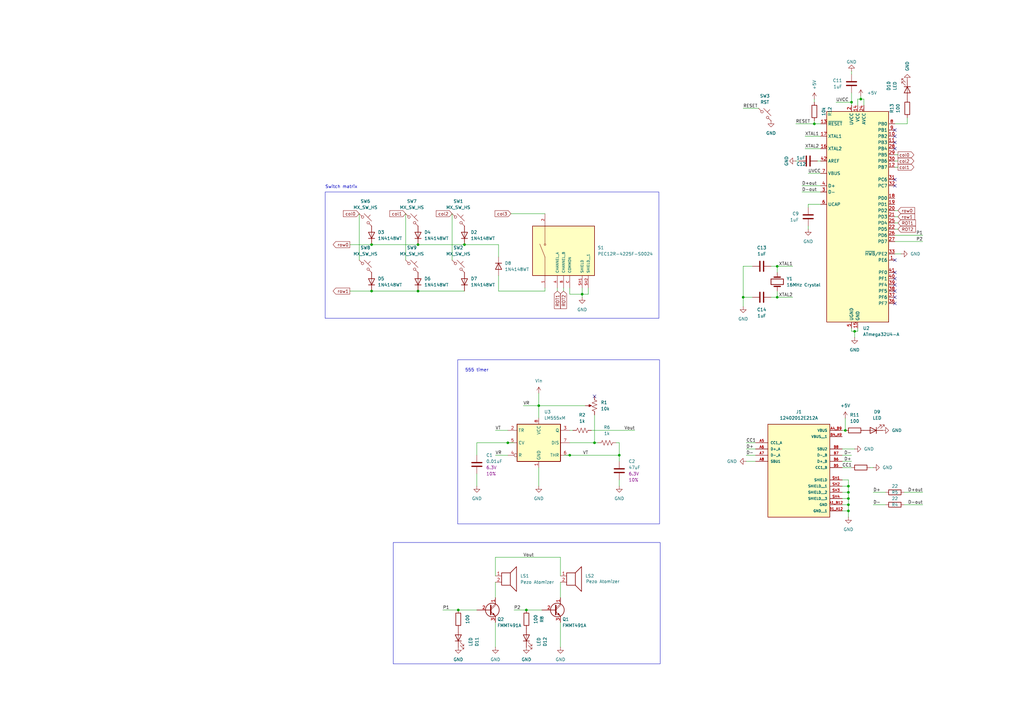
<source format=kicad_sch>
(kicad_sch (version 20250114) (generator "eeschema") (generator_version "9.0")
  (paper "A3")
  (lib_symbols
    (symbol "12402012E212A:12402012E212A" (pin_names (offset 1.016))
      (property "Reference" "J" (at -12.7 13.462 0))
      (property "Value" "12402012E212A" (at -12.7 -26.162 0))
      (symbol "12402012E212A_0_0"
        (rectangle (start -12.7 -25.4) (end 12.7 12.7) (stroke (width 0.254)) (fill (type background)))
        (pin bidirectional line (at -17.78 5.08 0) (length 5.08) (name "CC1_A") (number "A5"))
        (pin bidirectional line (at -17.78 2.54 0) (length 5.08) (name "D+_A") (number "A6"))
        (pin bidirectional line (at -17.78 0 0) (length 5.08) (name "D-_A") (number "A7"))
        (pin bidirectional line (at -17.78 -2.54 0) (length 5.08) (name "SBU1") (number "A8"))
        (pin power_in line (at 17.78 10.16 180) (length 5.08) (name "VBUS") (number "A4_B9"))
        (pin power_in line (at 17.78 7.62 180) (length 5.08) (name "VBUS__1") (number "B4_A9"))
        (pin bidirectional line (at 17.78 2.54 180) (length 5.08) (name "SBU2") (number "B8"))
        (pin bidirectional line (at 17.78 0 180) (length 5.08) (name "D-_B") (number "B7"))
        (pin bidirectional line (at 17.78 -2.54 180) (length 5.08) (name "D+_B") (number "B6"))
        (pin bidirectional line (at 17.78 -5.08 180) (length 5.08) (name "CC1_B") (number "B5"))
        (pin passive line (at 17.78 -10.16 180) (length 5.08) (name "SHIELD") (number "SH1"))
        (pin passive line (at 17.78 -12.7 180) (length 5.08) (name "SHIELD__1") (number "SH2"))
        (pin passive line (at 17.78 -15.24 180) (length 5.08) (name "SHIELD__2") (number "SH3"))
        (pin passive line (at 17.78 -17.78 180) (length 5.08) (name "SHIELD__3") (number "SH4"))
        (pin power_in line (at 17.78 -20.32 180) (length 5.08) (name "GND") (number "A1_B12"))
        (pin power_in line (at 17.78 -22.86 180) (length 5.08) (name "GND__1") (number "B1_A12"))
      )
    )
    (symbol "Device:C" (pin_numbers (hide yes)) (pin_names (offset 0.254))
      (property "Reference" "C" (at 0.635 2.54 0))
      (property "Value" "C" (at 0.635 -2.54 0))
      (symbol "C_0_1"
        (polyline (pts (xy -2.032 0.762) (xy 2.032 0.762)) (stroke (width 0.508)))
        (polyline (pts (xy -2.032 -0.762) (xy 2.032 -0.762)) (stroke (width 0.508)))
      )
      (symbol "C_1_1"
        (pin passive line (at 0 3.81 270) (length 2.794) (name "~") (number "1"))
        (pin passive line (at 0 -3.81 90) (length 2.794) (name "~") (number "2"))
      )
    )
    (symbol "Device:Crystal" (pin_numbers (hide yes)) (pin_names (offset 1.016) (hide yes))
      (property "Reference" "Y" (at 0 3.81 0))
      (property "Value" "Crystal" (at 0 -3.81 0))
      (symbol "Crystal_0_1"
        (polyline (pts (xy -2.54 0) (xy -1.905 0)))
        (polyline (pts (xy -1.905 -1.27) (xy -1.905 1.27)) (stroke (width 0.508)))
        (rectangle (start -1.143 2.54) (end 1.143 -2.54) (stroke (width 0.3048)))
        (polyline (pts (xy 1.905 -1.27) (xy 1.905 1.27)) (stroke (width 0.508)))
        (polyline (pts (xy 2.54 0) (xy 1.905 0)))
      )
      (symbol "Crystal_1_1"
        (pin passive line (at -3.81 0 0) (length 1.27) (name "1") (number "1"))
        (pin passive line (at 3.81 0 180) (length 1.27) (name "2") (number "2"))
      )
    )
    (symbol "Device:LED" (pin_numbers (hide yes)) (pin_names (offset 1.016) (hide yes))
      (property "Reference" "D" (at 0 2.54 0))
      (property "Value" "LED" (at 0 -2.54 0))
      (symbol "LED_0_1"
        (polyline (pts (xy -3.048 -0.762) (xy -4.572 -2.286) (xy -3.81 -2.286) (xy -4.572 -2.286) (xy -4.572 -1.524)))
        (polyline (pts (xy -1.778 -0.762) (xy -3.302 -2.286) (xy -2.54 -2.286) (xy -3.302 -2.286) (xy -3.302 -1.524)))
        (polyline (pts (xy -1.27 0) (xy 1.27 0)))
        (polyline (pts (xy -1.27 -1.27) (xy -1.27 1.27)) (stroke (width 0.254)))
        (polyline (pts (xy 1.27 -1.27) (xy 1.27 1.27) (xy -1.27 0) (xy 1.27 -1.27)) (stroke (width 0.254)))
      )
      (symbol "LED_1_1"
        (pin passive line (at -3.81 0 0) (length 2.54) (name "K") (number "1"))
        (pin passive line (at 3.81 0 180) (length 2.54) (name "A") (number "2"))
      )
    )
    (symbol "Device:R" (pin_numbers (hide yes)) (pin_names (offset 0))
      (property "Reference" "R" (at 2.032 0 90))
      (property "Value" "R" (at 0 0 90))
      (symbol "R_0_1"
        (rectangle (start -1.016 -2.54) (end 1.016 2.54) (stroke (width 0.254)))
      )
      (symbol "R_1_1"
        (pin passive line (at 0 3.81 270) (length 1.27) (name "~") (number "1"))
        (pin passive line (at 0 -3.81 90) (length 1.27) (name "~") (number "2"))
      )
    )
    (symbol "Device:Speaker" (pin_names (offset 0) (hide yes))
      (property "Reference" "LS" (at 1.27 5.715 0))
      (property "Value" "Speaker" (at 1.27 3.81 0))
      (symbol "Speaker_0_0"
        (rectangle (start -2.54 1.27) (end 1.016 -3.81) (stroke (width 0.254)))
        (polyline (pts (xy 1.016 1.27) (xy 3.556 3.81) (xy 3.556 -6.35) (xy 1.016 -3.81)) (stroke (width 0.254)))
      )
      (symbol "Speaker_1_1"
        (pin input line (at -5.08 0 0) (length 2.54) (name "1") (number "1"))
        (pin input line (at -5.08 -2.54 0) (length 2.54) (name "2") (number "2"))
      )
    )
    (symbol "Diode:1N4148WT" (pin_numbers (hide yes)) (pin_names (hide yes))
      (property "Reference" "D" (at 0 2.54 0))
      (property "Value" "1N4148WT" (at 0 -2.54 0))
      (symbol "1N4148WT_0_1"
        (polyline (pts (xy -1.27 1.27) (xy -1.27 -1.27)) (stroke (width 0.254)))
        (polyline (pts (xy 1.27 1.27) (xy 1.27 -1.27) (xy -1.27 0) (xy 1.27 1.27)) (stroke (width 0.254)))
        (polyline (pts (xy 1.27 0) (xy -1.27 0)))
      )
      (symbol "1N4148WT_1_1"
        (pin passive line (at -3.81 0 0) (length 2.54) (name "K") (number "1"))
        (pin passive line (at 3.81 0 180) (length 2.54) (name "A") (number "2"))
      )
    )
    (symbol "MCU_Microchip_ATmega:ATmega32U4-A"
      (property "Reference" "U" (at -12.7 44.45 0))
      (property "Value" "ATmega32U4-A" (at 2.54 -44.45 0))
      (symbol "ATmega32U4-A_0_1"
        (rectangle (start -12.7 -43.18) (end 12.7 43.18) (stroke (width 0.254)) (fill (type background)))
      )
      (symbol "ATmega32U4-A_1_1"
        (pin input line (at -15.24 38.1 0) (length 2.54) (name "~{RESET}") (number "13"))
        (pin input line (at -15.24 33.02 0) (length 2.54) (name "XTAL1") (number "17"))
        (pin output line (at -15.24 27.94 0) (length 2.54) (name "XTAL2") (number "16"))
        (pin passive line (at -15.24 22.86 0) (length 2.54) (name "AREF") (number "42"))
        (pin input line (at -15.24 17.78 0) (length 2.54) (name "VBUS") (number "7"))
        (pin bidirectional line (at -15.24 12.7 0) (length 2.54) (name "D+") (number "4"))
        (pin bidirectional line (at -15.24 10.16 0) (length 2.54) (name "D-") (number "3"))
        (pin passive line (at -15.24 5.08 0) (length 2.54) (name "UCAP") (number "6"))
        (pin power_in line (at -2.54 45.72 270) (length 2.54) (name "UVCC") (number "2"))
        (pin passive line (at -2.54 -45.72 90) (length 2.54) (name "UGND") (number "5"))
        (pin power_in line (at 0 45.72 270) (length 2.54) (name "VCC") (number "14"))
        (pin passive line (at 0 45.72 270) (length 2.54) (hide yes) (name "VCC") (number "34"))
        (pin power_in line (at 0 -45.72 90) (length 2.54) (name "GND") (number "15"))
        (pin passive line (at 0 -45.72 90) (length 2.54) (hide yes) (name "GND") (number "23"))
        (pin passive line (at 0 -45.72 90) (length 2.54) (hide yes) (name "GND") (number "35"))
        (pin passive line (at 0 -45.72 90) (length 2.54) (hide yes) (name "GND") (number "43"))
        (pin power_in line (at 2.54 45.72 270) (length 2.54) (name "AVCC") (number "24"))
        (pin passive line (at 2.54 45.72 270) (length 2.54) (hide yes) (name "AVCC") (number "44"))
        (pin bidirectional line (at 15.24 38.1 180) (length 2.54) (name "PB0") (number "8"))
        (pin bidirectional line (at 15.24 35.56 180) (length 2.54) (name "PB1") (number "9"))
        (pin bidirectional line (at 15.24 33.02 180) (length 2.54) (name "PB2") (number "10"))
        (pin bidirectional line (at 15.24 30.48 180) (length 2.54) (name "PB3") (number "11"))
        (pin bidirectional line (at 15.24 27.94 180) (length 2.54) (name "PB4") (number "28"))
        (pin bidirectional line (at 15.24 25.4 180) (length 2.54) (name "PB5") (number "29"))
        (pin bidirectional line (at 15.24 22.86 180) (length 2.54) (name "PB6") (number "30"))
        (pin bidirectional line (at 15.24 20.32 180) (length 2.54) (name "PB7") (number "12"))
        (pin bidirectional line (at 15.24 15.24 180) (length 2.54) (name "PC6") (number "31"))
        (pin bidirectional line (at 15.24 12.7 180) (length 2.54) (name "PC7") (number "32"))
        (pin bidirectional line (at 15.24 7.62 180) (length 2.54) (name "PD0") (number "18"))
        (pin bidirectional line (at 15.24 5.08 180) (length 2.54) (name "PD1") (number "19"))
        (pin bidirectional line (at 15.24 2.54 180) (length 2.54) (name "PD2") (number "20"))
        (pin bidirectional line (at 15.24 0 180) (length 2.54) (name "PD3") (number "21"))
        (pin bidirectional line (at 15.24 -2.54 180) (length 2.54) (name "PD4") (number "25"))
        (pin bidirectional line (at 15.24 -5.08 180) (length 2.54) (name "PD5") (number "22"))
        (pin bidirectional line (at 15.24 -7.62 180) (length 2.54) (name "PD6") (number "26"))
        (pin bidirectional line (at 15.24 -10.16 180) (length 2.54) (name "PD7") (number "27"))
        (pin bidirectional line (at 15.24 -15.24 180) (length 2.54) (name "~{HWB}/PE2") (number "33"))
        (pin bidirectional line (at 15.24 -17.78 180) (length 2.54) (name "PE6") (number "1"))
        (pin bidirectional line (at 15.24 -22.86 180) (length 2.54) (name "PF0") (number "41"))
        (pin bidirectional line (at 15.24 -25.4 180) (length 2.54) (name "PF1") (number "40"))
        (pin bidirectional line (at 15.24 -27.94 180) (length 2.54) (name "PF4") (number "39"))
        (pin bidirectional line (at 15.24 -30.48 180) (length 2.54) (name "PF5") (number "38"))
        (pin bidirectional line (at 15.24 -33.02 180) (length 2.54) (name "PF6") (number "37"))
        (pin bidirectional line (at 15.24 -35.56 180) (length 2.54) (name "PF7") (number "36"))
      )
    )
    (symbol "PCM_marbastlib-mx:MX_SW_HS" (pin_numbers (hide yes)) (pin_names (offset 1.016) (hide yes))
      (property "Reference" "MX" (at 3.048 1.016 0))
      (property "Value" "MX_SW_HS" (at 0 -3.81 0))
      (symbol "MX_SW_HS_0_1"
        (polyline (pts (xy -2.54 2.54) (xy -1.524 1.524) (xy -1.524 1.524)))
        (circle (center -1.1684 1.1684) (radius 0.508))
        (polyline (pts (xy -0.508 2.54) (xy 2.54 -0.508)))
        (polyline (pts (xy 1.016 1.016) (xy 2.032 2.032)))
        (circle (center 1.143 -1.1938) (radius 0.508))
        (polyline (pts (xy 1.524 -1.524) (xy 2.54 -2.54) (xy 2.54 -2.54) (xy 2.54 -2.54)))
        (pin passive line (at -2.54 2.54 0) (length 0) (name "1") (number "1"))
        (pin passive line (at 2.54 -2.54 180) (length 0) (name "2") (number "2"))
      )
    )
    (symbol "PEC12R-4225F-S0024:PEC12R-4225F-S0024" (pin_names (offset 1.016))
      (property "Reference" "S" (at -10.16 10.795 0))
      (property "Value" "PEC12R-4225F-S0024" (at -10.16 -17.78 0))
      (symbol "PEC12R-4225F-S0024_0_0"
        (rectangle (start -10.16 -15.24) (end 10.16 10.16) (stroke (width 0.254)) (fill (type background)))
        (polyline (pts (xy -2.54 5.08) (xy -10.16 5.08)) (stroke (width 0.1524)))
        (polyline (pts (xy -2.54 5.08) (xy 2.794 7.2136)) (stroke (width 0.1524)))
        (circle (center 2.54 5.08) (radius 0.3302) (stroke (width 0.1524)))
        (polyline (pts (xy 10.16 5.08) (xy 2.921 5.08)) (stroke (width 0.1524)))
        (pin passive line (at -15.24 5.08 0) (length 5.08) (name "~") (number "1"))
        (pin passive line (at -15.24 0 0) (length 5.08) (name "CHANNEL_A") (number "A"))
        (pin passive line (at -15.24 -2.54 0) (length 5.08) (name "CHANNEL_B") (number "B"))
        (pin passive line (at -15.24 -5.08 0) (length 5.08) (name "COMMON") (number "C"))
        (pin passive line (at -15.24 -10.16 0) (length 5.08) (name "SHIELD") (number "SH1"))
        (pin passive line (at -15.24 -12.7 0) (length 5.08) (name "SHIELD__1") (number "SH2"))
        (pin passive line (at 15.24 5.08 180) (length 5.08) (name "~") (number "2"))
      )
    )
    (symbol "SparkFun-Capacitor:0.1uF_0402_6.3V_10%" (pin_numbers (hide yes)) (pin_names (offset 0.254))
      (property "Reference" "C" (at 0.635 2.54 0))
      (property "Value" "0.1uF" (at 0.635 -2.54 0))
      (property "Voltage" "6.3V" (at 0 -6.35 0))
      (property "Tolerance" "10%" (at 0 -8.89 0))
      (symbol "0.1uF_0402_6.3V_10%_0_1"
        (polyline (pts (xy -2.032 0.762) (xy 2.032 0.762)) (stroke (width 0.508)))
        (polyline (pts (xy -2.032 -0.762) (xy 2.032 -0.762)) (stroke (width 0.508)))
      )
      (symbol "0.1uF_0402_6.3V_10%_1_1"
        (pin passive line (at 0 3.81 270) (length 2.794) (name "~") (number "1"))
        (pin passive line (at 0 -3.81 90) (length 2.794) (name "~") (number "2"))
      )
    )
    (symbol "SparkFun-Resistor:1.5k_0603" (pin_numbers (hide yes)) (pin_names (offset 0))
      (property "Reference" "R" (at 0 -2.54 0))
      (property "Value" "1.5k" (at 0 2.54 0))
      (symbol "1.5k_0603_0_1"
        (polyline (pts (xy -2.286 0) (xy -2.54 0)))
        (polyline (pts (xy -0.762 0) (xy -1.143 -1.016) (xy -1.524 0) (xy -1.905 1.016) (xy -2.286 0)))
        (polyline (pts (xy 0.762 0) (xy 0.381 -1.016) (xy 0 0) (xy -0.381 1.016) (xy -0.762 0)))
        (polyline (pts (xy 2.286 0) (xy 2.54 0)))
        (polyline (pts (xy 2.286 0) (xy 1.905 -1.016) (xy 1.524 0) (xy 1.143 1.016) (xy 0.762 0)))
      )
      (symbol "1.5k_0603_1_1"
        (pin passive line (at -3.81 0 0) (length 1.27) (name "~") (number "2"))
        (pin passive line (at 3.81 0 180) (length 1.27) (name "~") (number "1"))
      )
    )
    (symbol "SparkFun-Resistor:Trimpot_10k_SMD_3.0x3.0mm" (pin_numbers (hide yes)) (pin_names (offset 1.016) (hide yes))
      (property "Reference" "R1" (at 0 2.54 0))
      (property "Value" "10k" (at 2.54 -2.54 0))
      (symbol "Trimpot_10k_SMD_3.0x3.0mm_0_1"
        (polyline (pts (xy -2.286 0) (xy -2.54 0)))
        (polyline (pts (xy -0.762 0) (xy -1.143 -1.016) (xy -1.524 0) (xy -1.905 1.016) (xy -2.286 0)))
        (polyline (pts (xy 0 -1.143) (xy 0.508 -2.286) (xy -0.508 -2.286) (xy 0 -1.143)) (fill (type outline)))
        (polyline (pts (xy 0 -2.54) (xy 0 -1.524)))
        (polyline (pts (xy 0.762 0) (xy 0.381 -1.016) (xy 0 0) (xy -0.381 1.016) (xy -0.762 0)))
        (polyline (pts (xy 2.286 0) (xy 1.905 -1.016) (xy 1.524 0) (xy 1.143 1.016) (xy 0.762 0)))
        (polyline (pts (xy 2.54 0) (xy 2.286 0)))
      )
      (symbol "Trimpot_10k_SMD_3.0x3.0mm_1_1"
        (pin passive line (at -3.81 0 0) (length 1.27) (name "~") (number "3"))
        (pin passive line (at 0 -3.81 90) (length 1.27) (name "~") (number "2"))
        (pin passive line (at 3.81 0 180) (length 1.27) (name "~") (number "1"))
      )
    )
    (symbol "Switch:SW_Push_45deg" (pin_numbers (hide yes)) (pin_names (offset 1.016) (hide yes))
      (property "Reference" "SW" (at 3.048 1.016 0))
      (property "Value" "SW_Push_45deg" (at 0 -3.81 0))
      (symbol "SW_Push_45deg_0_1"
        (polyline (pts (xy -2.54 2.54) (xy -1.524 1.524) (xy -1.524 1.524)))
        (circle (center -1.1684 1.1684) (radius 0.508))
        (polyline (pts (xy -0.508 2.54) (xy 2.54 -0.508)))
        (polyline (pts (xy 1.016 1.016) (xy 2.032 2.032)))
        (circle (center 1.143 -1.1938) (radius 0.508))
        (polyline (pts (xy 1.524 -1.524) (xy 2.54 -2.54) (xy 2.54 -2.54) (xy 2.54 -2.54)))
        (pin passive line (at -2.54 2.54 0) (length 0) (name "1") (number "1"))
        (pin passive line (at 2.54 -2.54 180) (length 0) (name "2") (number "2"))
      )
    )
    (symbol "Timer:LM555xM"
      (property "Reference" "U" (at -10.16 8.89 0))
      (property "Value" "LM555xM" (at 2.54 8.89 0))
      (symbol "LM555xM_0_0"
        (pin power_in line (at 0 10.16 270) (length 2.54) (name "VCC") (number "8"))
        (pin power_in line (at 0 -10.16 90) (length 2.54) (name "GND") (number "1"))
      )
      (symbol "LM555xM_0_1"
        (rectangle (start -8.89 -7.62) (end 8.89 7.62) (stroke (width 0.254)) (fill (type background)))
        (rectangle (start -8.89 -7.62) (end 8.89 7.62) (stroke (width 0.254)) (fill (type background)))
      )
      (symbol "LM555xM_1_1"
        (pin input line (at -12.7 5.08 0) (length 3.81) (name "TR") (number "2"))
        (pin input line (at -12.7 0 0) (length 3.81) (name "CV") (number "5"))
        (pin input inverted (at -12.7 -5.08 0) (length 3.81) (name "R") (number "4"))
        (pin output line (at 12.7 5.08 180) (length 3.81) (name "Q") (number "3"))
        (pin input line (at 12.7 0 180) (length 3.81) (name "DIS") (number "7"))
        (pin input line (at 12.7 -5.08 180) (length 3.81) (name "THR") (number "6"))
      )
    )
    (symbol "Transistor_BJT:BC517" (pin_names (offset 0) (hide yes))
      (property "Reference" "Q" (at 5.08 1.905 0))
      (property "Value" "BC517" (at 5.08 0 0))
      (symbol "BC517_0_1"
        (polyline (pts (xy 0.635 1.905) (xy 0.635 -1.905) (xy 0.635 -1.905)) (stroke (width 0.508)))
        (polyline (pts (xy 0.635 0.635) (xy 2.54 2.54)))
        (polyline (pts (xy 0.635 0) (xy 2.54 1.905) (xy 2.54 2.54)))
        (polyline (pts (xy 0.635 -0.635) (xy 2.54 -2.54) (xy 2.54 -2.54)))
        (circle (center 1.27 0) (radius 2.8194) (stroke (width 0.254)))
        (polyline (pts (xy 1.27 -1.778) (xy 1.778 -1.27) (xy 2.286 -2.286) (xy 1.27 -1.778) (xy 1.27 -1.778)) (fill (type outline)))
      )
      (symbol "BC517_1_1"
        (pin input line (at -5.08 0 0) (length 5.715) (name "B") (number "2"))
        (pin passive line (at 2.54 5.08 270) (length 2.54) (name "C") (number "1"))
        (pin passive line (at 2.54 -5.08 90) (length 2.54) (name "E") (number "3"))
      )
    )
    (symbol "power:+3V3" (power) (pin_numbers (hide yes)) (pin_names (offset 0) (hide yes))
      (property "Value" "+3V3" (at 0 3.556 0))
      (symbol "+3V3_0_1"
        (polyline (pts (xy -0.762 1.27) (xy 0 2.54)))
        (polyline (pts (xy 0 2.54) (xy 0.762 1.27)))
        (polyline (pts (xy 0 0) (xy 0 2.54)))
      )
      (symbol "+3V3_1_1"
        (pin power_in line (at 0 0 90) (length 0) (name "~") (number "1"))
      )
    )
    (symbol "power:+5V" (power) (pin_numbers (hide yes)) (pin_names (offset 0) (hide yes))
      (property "Value" "+5V" (at 0 3.556 0))
      (symbol "+5V_0_1"
        (polyline (pts (xy -0.762 1.27) (xy 0 2.54)))
        (polyline (pts (xy 0 2.54) (xy 0.762 1.27)))
        (polyline (pts (xy 0 0) (xy 0 2.54)))
      )
      (symbol "+5V_1_1"
        (pin power_in line (at 0 0 90) (length 0) (name "~") (number "1"))
      )
    )
    (symbol "power:GND" (power) (pin_numbers (hide yes)) (pin_names (offset 0) (hide yes))
      (property "Value" "GND" (at 0 -3.81 0))
      (symbol "GND_0_1"
        (polyline (pts (xy 0 0) (xy 0 -1.27) (xy 1.27 -1.27) (xy 0 -2.54) (xy -1.27 -1.27) (xy 0 -1.27)))
      )
      (symbol "GND_1_1"
        (pin power_in line (at 0 0 270) (length 0) (name "~") (number "1"))
      )
    )
  )
  (rectangle (start 161.29 222.504) (end 270.764 272.288))
  (rectangle (start 133.35 78.74) (end 270.256 130.556))
  (rectangle (start 187.706 147.574) (end 270.51 214.884))
  (text "Switch matrix" (at 133.35 77.47 0) (effects (font (size 1.27 1.27)) (justify left bottom)))
  (text "555 timer\n" (at 195.58 151.892 0) (effects (font (size 1.27 1.27))))
  (junction (at 254 186.69))
  (junction (at 347.98 209.55))
  (junction (at 350.52 135.89))
  (junction (at 334.01 50.8))
  (junction (at 171.45 100.33))
  (junction (at 238.76 120.65))
  (junction (at 190.5 100.33))
  (junction (at 353.06 40.64))
  (junction (at 318.77 109.22))
  (junction (at 171.45 119.38))
  (junction (at 318.77 121.92))
  (junction (at 347.98 204.47))
  (junction (at 220.98 166.37))
  (junction (at 346.71 176.53))
  (junction (at 347.98 199.39))
  (junction (at 243.84 181.61))
  (junction (at 304.8 121.92))
  (junction (at 347.98 207.01))
  (junction (at 347.98 201.93))
  (junction (at 349.25 41.91))
  (junction (at 208.28 181.61))
  (junction (at 233.68 186.69))
  (junction (at 187.96 250.19))
  (junction (at 152.4 100.33))
  (junction (at 152.4 119.38))
  (junction (at 215.9 250.19))
  (no_connect (at 367.03 60.96))
  (no_connect (at 367.03 76.2))
  (no_connect (at 367.03 55.88))
  (no_connect (at 367.03 111.76))
  (no_connect (at 367.03 124.46))
  (no_connect (at 367.03 119.38))
  (no_connect (at 367.03 58.42))
  (no_connect (at 243.84 162.56))
  (no_connect (at 367.03 53.34))
  (no_connect (at 367.03 106.68))
  (no_connect (at 367.03 73.66))
  (no_connect (at 367.03 114.3))
  (no_connect (at 367.03 121.92))
  (no_connect (at 367.03 116.84))
  (wire (pts (xy 233.68 120.65) (xy 238.76 120.65)))
  (wire (pts (xy 330.2 55.88) (xy 336.55 55.88)))
  (wire (pts (xy 147.32 87.63) (xy 147.32 106.68)))
  (wire (pts (xy 308.61 121.92) (xy 304.8 121.92)))
  (wire (pts (xy 354.33 43.18) (xy 354.33 40.64)))
  (wire (pts (xy 347.98 209.55) (xy 347.98 212.09)))
  (wire (pts (xy 181.61 250.19) (xy 187.96 250.19)))
  (wire (pts (xy 368.3 68.58) (xy 367.03 68.58)))
  (wire (pts (xy 349.25 191.77) (xy 345.44 191.77)))
  (wire (pts (xy 345.44 204.47) (xy 347.98 204.47)))
  (wire (pts (xy 233.68 181.61) (xy 243.84 181.61)))
  (wire (pts (xy 349.25 189.23) (xy 345.44 189.23)))
  (wire (pts (xy 231.14 186.69) (xy 233.68 186.69)))
  (wire (pts (xy 143.51 100.33) (xy 152.4 100.33)))
  (wire (pts (xy 220.98 191.77) (xy 220.98 199.39)))
  (wire (pts (xy 234.95 176.53) (xy 233.68 176.53)))
  (wire (pts (xy 345.44 196.85) (xy 347.98 196.85)))
  (wire (pts (xy 351.79 134.62) (xy 351.79 135.89)))
  (wire (pts (xy 349.25 134.62) (xy 349.25 135.89)))
  (wire (pts (xy 368.3 66.04) (xy 367.03 66.04)))
  (wire (pts (xy 241.3 118.11) (xy 241.3 120.65)))
  (wire (pts (xy 195.58 194.31) (xy 195.58 199.39)))
  (wire (pts (xy 331.47 85.09) (xy 331.47 83.82)))
  (wire (pts (xy 331.47 92.71) (xy 331.47 93.98)))
  (wire (pts (xy 358.14 201.93) (xy 363.22 201.93)))
  (wire (pts (xy 220.98 166.37) (xy 240.03 166.37)))
  (wire (pts (xy 231.14 118.11) (xy 231.14 119.38)))
  (wire (pts (xy 368.3 93.98) (xy 367.03 93.98)))
  (wire (pts (xy 367.03 104.14) (xy 369.57 104.14)))
  (wire (pts (xy 214.63 166.37) (xy 220.98 166.37)))
  (wire (pts (xy 353.06 40.64) (xy 351.79 40.64)))
  (wire (pts (xy 349.25 29.21) (xy 349.25 30.48)))
  (wire (pts (xy 318.77 109.22) (xy 318.77 111.76)))
  (wire (pts (xy 346.71 171.45) (xy 346.71 176.53)))
  (wire (pts (xy 326.39 50.8) (xy 334.01 50.8)))
  (wire (pts (xy 229.87 265.43) (xy 229.87 255.27)))
  (wire (pts (xy 349.25 38.1) (xy 349.25 41.91)))
  (wire (pts (xy 334.01 40.64) (xy 334.01 41.91)))
  (wire (pts (xy 351.79 40.64) (xy 351.79 43.18)))
  (wire (pts (xy 349.25 135.89) (xy 350.52 135.89)))
  (wire (pts (xy 203.2 176.53) (xy 208.28 176.53)))
  (wire (pts (xy 378.46 96.52) (xy 367.03 96.52)))
  (wire (pts (xy 316.23 109.22) (xy 318.77 109.22)))
  (wire (pts (xy 203.2 228.6) (xy 229.87 228.6)))
  (wire (pts (xy 354.33 40.64) (xy 353.06 40.64)))
  (wire (pts (xy 254 181.61) (xy 254 186.69)))
  (wire (pts (xy 372.11 48.26) (xy 372.11 50.8)))
  (wire (pts (xy 143.51 119.38) (xy 152.4 119.38)))
  (wire (pts (xy 334.01 50.8) (xy 336.55 50.8)))
  (wire (pts (xy 318.77 119.38) (xy 318.77 121.92)))
  (wire (pts (xy 331.47 71.12) (xy 336.55 71.12)))
  (wire (pts (xy 203.2 238.76) (xy 203.2 245.11)))
  (wire (pts (xy 233.68 186.69) (xy 254 186.69)))
  (wire (pts (xy 215.9 250.19) (xy 222.25 250.19)))
  (wire (pts (xy 378.46 207.01) (xy 370.84 207.01)))
  (wire (pts (xy 304.8 121.92) (xy 304.8 125.73)))
  (wire (pts (xy 325.12 109.22) (xy 318.77 109.22)))
  (wire (pts (xy 347.98 204.47) (xy 347.98 207.01)))
  (wire (pts (xy 238.76 118.11) (xy 238.76 120.65)))
  (wire (pts (xy 347.98 199.39) (xy 347.98 201.93)))
  (wire (pts (xy 238.76 121.92) (xy 238.76 120.65)))
  (wire (pts (xy 345.44 207.01) (xy 347.98 207.01)))
  (wire (pts (xy 187.96 250.19) (xy 195.58 250.19)))
  (wire (pts (xy 243.84 170.18) (xy 243.84 181.61)))
  (wire (pts (xy 209.55 87.63) (xy 223.52 87.63)))
  (wire (pts (xy 171.45 119.38) (xy 190.5 119.38)))
  (wire (pts (xy 358.14 191.77) (xy 356.87 191.77)))
  (wire (pts (xy 330.2 60.96) (xy 336.55 60.96)))
  (wire (pts (xy 372.11 50.8) (xy 367.03 50.8)))
  (wire (pts (xy 350.52 135.89) (xy 350.52 138.43)))
  (wire (pts (xy 368.3 86.36) (xy 367.03 86.36)))
  (wire (pts (xy 328.93 78.74) (xy 336.55 78.74)))
  (wire (pts (xy 347.98 207.01) (xy 347.98 209.55)))
  (wire (pts (xy 318.77 121.92) (xy 316.23 121.92)))
  (wire (pts (xy 229.87 238.76) (xy 229.87 245.11)))
  (wire (pts (xy 152.4 100.33) (xy 171.45 100.33)))
  (wire (pts (xy 304.8 44.45) (xy 311.15 44.45)))
  (wire (pts (xy 347.98 201.93) (xy 347.98 204.47)))
  (wire (pts (xy 306.07 181.61) (xy 309.88 181.61)))
  (wire (pts (xy 241.3 120.65) (xy 238.76 120.65)))
  (wire (pts (xy 349.25 41.91) (xy 349.25 43.18)))
  (wire (pts (xy 195.58 181.61) (xy 208.28 181.61)))
  (wire (pts (xy 245.11 181.61) (xy 243.84 181.61)))
  (wire (pts (xy 345.44 184.15) (xy 350.52 184.15)))
  (wire (pts (xy 378.46 201.93) (xy 370.84 201.93)))
  (wire (pts (xy 254 181.61) (xy 252.73 181.61)))
  (wire (pts (xy 228.6 119.38) (xy 228.6 118.11)))
  (wire (pts (xy 229.87 228.6) (xy 229.87 236.22)))
  (wire (pts (xy 378.46 99.06) (xy 367.03 99.06)))
  (wire (pts (xy 345.44 209.55) (xy 347.98 209.55)))
  (wire (pts (xy 304.8 109.22) (xy 304.8 121.92)))
  (wire (pts (xy 233.68 118.11) (xy 233.68 120.65)))
  (wire (pts (xy 254 196.85) (xy 254 199.39)))
  (wire (pts (xy 318.77 121.92) (xy 325.12 121.92)))
  (wire (pts (xy 203.2 265.43) (xy 203.2 255.27)))
  (wire (pts (xy 331.47 83.82) (xy 336.55 83.82)))
  (wire (pts (xy 306.07 189.23) (xy 309.88 189.23)))
  (wire (pts (xy 185.42 87.63) (xy 185.42 106.68)))
  (wire (pts (xy 349.25 186.69) (xy 345.44 186.69)))
  (wire (pts (xy 353.06 39.37) (xy 353.06 40.64)))
  (wire (pts (xy 166.37 87.63) (xy 166.37 106.68)))
  (wire (pts (xy 220.98 161.29) (xy 220.98 166.37)))
  (wire (pts (xy 203.2 186.69) (xy 208.28 186.69)))
  (wire (pts (xy 358.14 207.01) (xy 363.22 207.01)))
  (wire (pts (xy 260.35 176.53) (xy 242.57 176.53)))
  (wire (pts (xy 204.47 113.03) (xy 204.47 119.38)))
  (wire (pts (xy 334.01 49.53) (xy 334.01 50.8)))
  (wire (pts (xy 204.47 100.33) (xy 204.47 105.41)))
  (wire (pts (xy 304.8 109.22) (xy 308.61 109.22)))
  (wire (pts (xy 204.47 100.33) (xy 190.5 100.33)))
  (wire (pts (xy 368.3 63.5) (xy 367.03 63.5)))
  (wire (pts (xy 254 186.69) (xy 254 189.23)))
  (wire (pts (xy 342.9 41.91) (xy 349.25 41.91)))
  (wire (pts (xy 306.07 184.15) (xy 309.88 184.15)))
  (wire (pts (xy 220.98 166.37) (xy 220.98 171.45)))
  (wire (pts (xy 306.07 186.69) (xy 309.88 186.69)))
  (wire (pts (xy 223.52 119.38) (xy 223.52 118.11)))
  (wire (pts (xy 335.28 66.04) (xy 336.55 66.04)))
  (wire (pts (xy 195.58 181.61) (xy 195.58 186.69)))
  (wire (pts (xy 368.3 88.9) (xy 367.03 88.9)))
  (wire (pts (xy 328.93 76.2) (xy 336.55 76.2)))
  (wire (pts (xy 368.3 91.44) (xy 367.03 91.44)))
  (wire (pts (xy 203.2 228.6) (xy 203.2 236.22)))
  (wire (pts (xy 210.82 181.61) (xy 208.28 181.61)))
  (wire (pts (xy 204.47 119.38) (xy 223.52 119.38)))
  (wire (pts (xy 346.71 176.53) (xy 345.44 176.53)))
  (wire (pts (xy 152.4 119.38) (xy 171.45 119.38)))
  (wire (pts (xy 210.82 250.19) (xy 215.9 250.19)))
  (wire (pts (xy 345.44 199.39) (xy 347.98 199.39)))
  (wire (pts (xy 345.44 201.93) (xy 347.98 201.93)))
  (wire (pts (xy 326.39 66.04) (xy 327.66 66.04)))
  (wire (pts (xy 347.98 196.85) (xy 347.98 199.39)))
  (wire (pts (xy 351.79 135.89) (xy 350.52 135.89)))
  (wire (pts (xy 171.45 100.33) (xy 190.5 100.33)))
  (label "VR" (at 214.63 166.37 0))
  (label "VT" (at 203.2 176.53 0))
  (label "UVCC" (at 342.9 41.91 0))
  (label "VR" (at 203.2 186.69 0))
  (label "XTAL2" (at 330.2 60.96 0))
  (label "P1" (at 378.46 96.52 180))
  (label "D-" (at 306.07 186.69 0))
  (label "RESET" (at 326.39 50.8 0))
  (label "P2" (at 210.82 250.19 0))
  (label "CC1" (at 306.07 181.61 0))
  (label "RESET" (at 304.8 44.45 0))
  (label "UVCC" (at 331.47 71.12 0))
  (label "D-out" (at 328.93 78.74 0))
  (label "D+out" (at 378.46 201.93 180))
  (label "D-out" (at 378.46 207.01 180))
  (label "CC1" (at 345.44 191.77 0))
  (label "P2" (at 378.46 99.06 180))
  (label "D+" (at 358.14 201.93 0))
  (label "D-" (at 349.25 186.69 180))
  (label "VT" (at 241.3 186.69 180))
  (label "P1" (at 181.61 250.19 0))
  (label "XTAL1" (at 325.12 109.22 180))
  (label "D+" (at 349.25 189.23 180))
  (label "Vout" (at 214.63 228.6 0))
  (label "D+out" (at 328.93 76.2 0))
  (label "XTAL1" (at 330.2 55.88 0))
  (label "Vout" (at 260.35 176.53 180))
  (label "D+" (at 306.07 184.15 0))
  (label "D-" (at 358.14 207.01 0))
  (label "XTAL2" (at 325.12 121.92 180))
  (global_label "ROT1" (shape input) (at 368.3 91.44 0) (property "Intersheetrefs" "${INTERSHEET_REFS}" (effects (hide yes))))
  (global_label "row0" (shape input) (at 368.3 86.36 0) (property "Intersheetrefs" "${INTERSHEET_REFS}" (effects (hide yes))))
  (global_label "col2" (shape output) (at 368.3 66.04 0) (property "Intersheetrefs" "${INTERSHEET_REFS}" (effects (hide yes))))
  (global_label "col2" (shape input) (at 185.42 87.63 180) (property "Intersheetrefs" "${INTERSHEET_REFS}" (effects (hide yes))))
  (global_label "col1" (shape input) (at 166.37 87.63 180) (property "Intersheetrefs" "${INTERSHEET_REFS}" (effects (hide yes))))
  (global_label "row1" (shape input) (at 368.3 88.9 0) (property "Intersheetrefs" "${INTERSHEET_REFS}" (effects (hide yes))))
  (global_label "row0" (shape output) (at 143.51 100.33 180) (property "Intersheetrefs" "${INTERSHEET_REFS}" (effects (hide yes))))
  (global_label "col0" (shape input) (at 147.32 87.63 180) (property "Intersheetrefs" "${INTERSHEET_REFS}" (effects (hide yes))))
  (global_label "col1" (shape output) (at 368.3 68.58 0) (property "Intersheetrefs" "${INTERSHEET_REFS}" (effects (hide yes))))
  (global_label "col3" (shape input) (at 209.55 87.63 180) (property "Intersheetrefs" "${INTERSHEET_REFS}" (effects (hide yes))))
  (global_label "ROT2" (shape input) (at 231.14 119.38 270) (property "Intersheetrefs" "${INTERSHEET_REFS}" (effects (hide yes))))
  (global_label "row1" (shape output) (at 143.51 119.38 180) (property "Intersheetrefs" "${INTERSHEET_REFS}" (effects (hide yes))))
  (global_label "ROT2" (shape input) (at 368.3 93.98 0) (property "Intersheetrefs" "${INTERSHEET_REFS}" (effects (hide yes))))
  (global_label "col0" (shape output) (at 368.3 63.5 0) (property "Intersheetrefs" "${INTERSHEET_REFS}" (effects (hide yes))))
  (global_label "ROT1" (shape input) (at 228.6 119.38 270) (property "Intersheetrefs" "${INTERSHEET_REFS}" (effects (hide yes))))
  (symbol (lib_id "PEC12R-4225F-S0024:PEC12R-4225F-S0024") (at 228.6 102.87 90) (unit 1)
    (property "Reference" "S1" (at 245.11 101.5999 90) (effects (justify right)))
    (property "Value" "PEC12R-4225F-S0024" (at 245.11 104.1399 90) (effects (justify right)))
    (property "Footprint" "PEC12R_4225F_S0024:XDCR_PEC12R-4225F-S0024" (effects (hide yes)))
    (property "PARTREV" "07/21" (effects (hide yes)))
    (property "MANUFACTURER" "Bourns" (effects (hide yes)))
    (property "MAXIMUM_PACKAGE_HEIGHT" "20.5mm" (effects (hide yes)))
    (property "STANDARD" "Manufacturer recommendations" (effects (hide yes)))
  )
  (symbol (lib_id "power:+5V") (at 346.71 171.45 0) (unit 1)
    (property "Reference" "#PWR025" (effects (hide yes)))
    (property "Value" "+5V" (at 346.71 166.37 0))
    (property "Description" "Power symbol creates a global label with name \"+5V\"" (effects (hide yes)))
  )
  (symbol (lib_id "Device:R") (at 350.52 176.53 90) (unit 1)
    (property "Reference" "R11" (at 350.52 170.18 90))
    (property "Value" "100" (at 350.52 172.72 90))
    (property "Footprint" "Resistor_SMD:R_0805_2012Metric_Pad1.20x1.40mm_HandSolder" (effects (hide yes)))
    (property "Description" "Resistor" (effects (hide yes)))
  )
  (symbol (lib_id "power:GND") (at 254 199.39 0) (unit 1)
    (property "Reference" "#PWR0101" (effects (hide yes)))
    (property "Value" "GND" (at 254 204.47 0))
    (property "Description" "Power symbol creates a global label with name \"GND\" , ground" (effects (hide yes)))
  )
  (symbol (lib_id "SparkFun-Resistor:Trimpot_10k_SMD_3.0x3.0mm") (at 243.84 166.37 270) (unit 1)
    (property "Reference" "R1" (at 246.38 165.0999 90) (effects (justify left)))
    (property "Value" "10k" (at 246.38 167.6399 90) (effects (justify left)))
    (property "Footprint" "PV37W:TRIM_PV37W103C01B00" (effects (hide yes)))
    (property "Datasheet" "https://www.ttelectronics.com/TTElectronics/media/ProductFiles/Datasheet/22.pdf" (effects (hide yes)))
    (property "Description" "Potentiometer TRIMPOT-SMD-3MM-CLOSED-1/8W-20%" (effects (hide yes)))
    (property "PROD_ID" "RES-09285" (effects (hide yes)))
    (property "Mfg Part#" "22AR10K" (effects (hide yes)))
  )
  (symbol (lib_id "power:GND") (at 361.95 176.53 90) (unit 1)
    (property "Reference" "#PWR024" (effects (hide yes)))
    (property "Value" "GND" (at 365.76 176.5299 90) (effects (justify right)))
    (property "Description" "Power symbol creates a global label with name \"GND\" , ground" (effects (hide yes)))
  )
  (symbol (lib_id "power:GND") (at 347.98 212.09 0) (unit 1)
    (property "Reference" "#PWR04" (effects (hide yes)))
    (property "Value" "GND" (at 347.98 217.17 0))
    (property "Description" "Power symbol creates a global label with name \"GND\" , ground" (effects (hide yes)))
  )
  (symbol (lib_id "Device:R") (at 334.01 45.72 180) (unit 1)
    (property "Reference" "R12" (at 340.36 45.72 90))
    (property "Value" "10k" (at 337.82 45.72 90))
    (property "Footprint" "Resistor_SMD:R_0805_2012Metric_Pad1.20x1.40mm_HandSolder" (effects (hide yes)))
    (property "Description" "Resistor" (effects (hide yes)))
  )
  (symbol (lib_id "Device:LED") (at 358.14 176.53 180) (unit 1)
    (property "Reference" "D9" (at 359.7275 168.91 0))
    (property "Value" "LED" (at 359.7275 171.45 0))
    (property "Footprint" "LED_SMD:LED_0603_1608Metric_Pad1.05x0.95mm_HandSolder" (effects (hide yes)))
    (property "Description" "Light emitting diode" (effects (hide yes)))
    (property "Sim.Pins" "1=K 2=A" (effects (hide yes)))
  )
  (symbol (lib_id "power:GND") (at 331.47 93.98 0) (unit 1)
    (property "Reference" "#PWR029" (effects (hide yes)))
    (property "Value" "GND" (at 331.47 99.06 0))
    (property "Description" "Power symbol creates a global label with name \"GND\" , ground" (effects (hide yes)))
  )
  (symbol (lib_id "Device:Speaker") (at 234.95 236.22 0) (unit 1)
    (property "Reference" "LS2" (at 240.03 236.2199 0) (effects (justify left)))
    (property "Value" "Pezo Atomizer" (at 240.284 238.506 0) (effects (justify left)))
    (property "Footprint" "Connector_PinHeader_2.54mm:PinHeader_1x02_P2.54mm_Vertical" (effects (hide yes)))
    (property "Description" "Speaker" (effects (hide yes)))
  )
  (symbol (lib_id "Switch:SW_Push_45deg") (at 313.69 46.99 0) (unit 1)
    (property "Reference" "SW3" (at 313.69 39.37 0))
    (property "Value" "RST" (at 313.69 41.91 0))
    (property "Footprint" "Button_Switch_SMD:SW_Tactile_SPST_NO_Straight_CK_PTS636Sx25SMTRLFS" (effects (hide yes)))
  )
  (symbol (lib_id "PCM_marbastlib-mx:MX_SW_HS") (at 149.86 90.17 0) (unit 1)
    (property "Reference" "SW6" (at 149.86 82.55 0))
    (property "Value" "MX_SW_HS" (at 149.86 85.09 0))
    (property "Footprint" "keyswitches:Kailh_socket_MX" (effects (hide yes)))
  )
  (symbol (lib_id "Device:LED") (at 372.11 36.83 270) (unit 1)
    (property "Reference" "D10" (at 364.49 35.2425 0))
    (property "Value" "LED" (at 367.03 35.2425 0))
    (property "Footprint" "LED_SMD:LED_0603_1608Metric_Pad1.05x0.95mm_HandSolder" (effects (hide yes)))
    (property "Description" "Light emitting diode" (effects (hide yes)))
    (property "Sim.Pins" "1=K 2=A" (effects (hide yes)))
  )
  (symbol (lib_id "power:GND") (at 349.25 29.21 180) (unit 1)
    (property "Reference" "#PWR028" (effects (hide yes)))
    (property "Value" "GND" (at 349.25 25.4 0))
    (property "Description" "Power symbol creates a global label with name \"GND\" , ground" (effects (hide yes)))
  )
  (symbol (lib_id "MCU_Microchip_ATmega:ATmega32U4-A") (at 351.79 88.9 0) (unit 1)
    (property "Reference" "U2" (at 353.9333 134.62 0) (effects (justify left)))
    (property "Value" "ATmega32U4-A" (at 353.9333 137.16 0) (effects (justify left)))
    (property "Footprint" "Package_QFP:TQFP-44_10x10mm_P0.8mm" (effects (hide yes)))
    (property "Datasheet" "http://ww1.microchip.com/downloads/en/DeviceDoc/Atmel-7766-8-bit-AVR-ATmega16U4-32U4_Datasheet.pdf" (effects (hide yes)))
    (property "Description" "16MHz, 32kB Flash, 2.5kB SRAM, 1kB EEPROM, USB 2.0, TQFP-44" (effects (hide yes)))
  )
  (symbol (lib_id "Diode:1N4148WT") (at 152.4 115.57 90) (unit 1)
    (property "Reference" "D5" (at 154.94 114.2999 90) (effects (justify right)))
    (property "Value" "1N4148WT" (at 154.94 116.8399 90) (effects (justify right)))
    (property "Footprint" "Diode_SMD:D_SOD-323F" (effects (hide yes)))
    (property "Datasheet" "https://www.diodes.com/assets/Datasheets/ds30396.pdf" (effects (hide yes)))
  )
  (symbol (lib_id "power:GND") (at 304.8 125.73 0) (unit 1)
    (property "Reference" "#PWR035" (effects (hide yes)))
    (property "Value" "GND" (at 304.8 130.81 0))
    (property "Description" "Power symbol creates a global label with name \"GND\" , ground" (effects (hide yes)))
  )
  (symbol (lib_id "Device:R") (at 187.96 254 0) (unit 1)
    (property "Reference" "R7" (effects (hide yes)))
    (property "Value" "100" (at 191.77 254 90))
    (property "Footprint" "Resistor_SMD:R_0805_2012Metric_Pad1.20x1.40mm_HandSolder" (effects (hide yes)))
    (property "Description" "Resistor" (effects (hide yes)))
  )
  (symbol (lib_id "Transistor_BJT:BC517") (at 227.33 250.19 0) (unit 1)
    (property "Reference" "Q1" (at 230.632 254 0) (effects (justify left)))
    (property "Value" "FMMT491A" (at 230.632 256.54 0) (effects (justify left)))
    (property "Footprint" "Package_TO_SOT_THT:TO-92_Inline" (effects (hide yes)))
    (property "Datasheet" "TRANS NPN 40V 0.6A TO-92-3" (effects (hide yes)))
    (property "Description" "1A Ic, 30V Vce, Darlington NPN Transistor, TO-92" (effects (hide yes)))
  )
  (symbol (lib_id "Device:C") (at 312.42 121.92 270) (unit 1)
    (property "Reference" "C14" (at 312.42 127 90))
    (property "Value" "1uF" (at 312.42 129.54 90))
    (property "Footprint" "Capacitor_SMD:C_0805_2012Metric_Pad1.18x1.45mm_HandSolder" (effects (hide yes)))
    (property "Description" "Unpolarized capacitor" (effects (hide yes)))
  )
  (symbol (lib_id "Device:R") (at 367.03 207.01 270) (unit 1)
    (property "Reference" "R4" (at 367.03 207.01 90))
    (property "Value" "22" (at 367.03 204.47 90))
    (property "Footprint" "Resistor_SMD:R_0805_2012Metric_Pad1.20x1.40mm_HandSolder" (effects (hide yes)))
    (property "Description" "Resistor" (effects (hide yes)))
  )
  (symbol (lib_id "PCM_marbastlib-mx:MX_SW_HS") (at 187.96 109.22 0) (unit 1)
    (property "Reference" "SW2" (at 187.96 101.6 0))
    (property "Value" "MX_SW_HS" (at 187.96 104.14 0))
    (property "Footprint" "keyswitches:Kailh_socket_MX" (effects (hide yes)))
  )
  (symbol (lib_id "PCM_marbastlib-mx:MX_SW_HS") (at 168.91 109.22 0) (unit 1)
    (property "Reference" "SW9" (at 168.91 101.6 0))
    (property "Value" "MX_SW_HS" (at 168.91 104.14 0))
    (property "Footprint" "keyswitches:Kailh_socket_MX" (effects (hide yes)))
  )
  (symbol (lib_id "PCM_marbastlib-mx:MX_SW_HS") (at 149.86 109.22 0) (unit 1)
    (property "Reference" "SW8" (at 149.86 101.6 0))
    (property "Value" "MX_SW_HS" (at 149.86 104.14 0))
    (property "Footprint" "keyswitches:Kailh_socket_MX" (effects (hide yes)))
  )
  (symbol (lib_id "Device:LED") (at 215.9 261.62 90) (unit 1)
    (property "Reference" "D12" (at 223.52 263.2075 0))
    (property "Value" "LED" (at 220.98 263.2075 0))
    (property "Footprint" "LED_SMD:LED_0603_1608Metric_Pad1.05x0.95mm_HandSolder" (effects (hide yes)))
    (property "Description" "Light emitting diode" (effects (hide yes)))
    (property "Sim.Pins" "1=K 2=A" (effects (hide yes)))
  )
  (symbol (lib_id "Device:C") (at 349.25 34.29 180) (unit 1)
    (property "Reference" "C11" (at 345.44 33.0199 0) (effects (justify left)))
    (property "Value" "1uF" (at 345.44 35.5599 0) (effects (justify left)))
    (property "Footprint" "Capacitor_SMD:C_0805_2012Metric_Pad1.18x1.45mm_HandSolder" (effects (hide yes)))
    (property "Description" "Unpolarized capacitor" (effects (hide yes)))
  )
  (symbol (lib_id "SparkFun-Resistor:1.5k_0603") (at 248.92 181.61 180) (unit 1)
    (property "Reference" "R6" (at 248.92 175.26 0))
    (property "Value" "1k" (at 248.92 177.8 0))
    (property "Footprint" "Capacitor_SMD:C_0805_2012Metric_Pad1.18x1.45mm_HandSolder" (effects (hide yes)))
    (property "Datasheet" "https://www.vishay.com/docs/20035/dcrcwe3.pdf" (effects (hide yes)))
    (property "Description" "Resistor" (effects (hide yes)))
    (property "PROD_ID" "RES-08306" (effects (hide yes)))
  )
  (symbol (lib_id "power:GND") (at 350.52 184.15 90) (unit 1)
    (property "Reference" "#PWR06" (effects (hide yes)))
    (property "Value" "GND" (at 354.33 184.1499 90) (effects (justify right)))
    (property "Description" "Power symbol creates a global label with name \"GND\" , ground" (effects (hide yes)))
  )
  (symbol (lib_id "Diode:1N4148WT") (at 204.47 109.22 270) (unit 1)
    (property "Reference" "D8" (at 207.01 107.9499 90) (effects (justify left)))
    (property "Value" "1N4148WT" (at 207.01 110.4899 90) (effects (justify left)))
    (property "Footprint" "Diode_SMD:D_SOD-323F" (effects (hide yes)))
    (property "Datasheet" "https://www.diodes.com/assets/Datasheets/ds30396.pdf" (effects (hide yes)))
  )
  (symbol (lib_id "SparkFun-Capacitor:0.1uF_0402_6.3V_10%") (at 195.58 190.5 0) (unit 1)
    (property "Reference" "C1" (at 199.39 186.6899 0) (effects (justify left)))
    (property "Value" "0.01uF" (at 199.39 189.2299 0) (effects (justify left)))
    (property "Footprint" "Capacitor_SMD:C_0805_2012Metric_Pad1.18x1.45mm_HandSolder" (effects (hide yes)))
    (property "Datasheet" "https://cdn.sparkfun.com/assets/8/a/4/a/5/Kemet_Capacitor_Datasheet.pdf" (effects (hide yes)))
    (property "Description" "Unpolarized capacitor" (effects (hide yes)))
    (property "PROD_ID" "CAP-14993" (effects (hide yes)))
    (property "Voltage" "6.3V" (at 199.39 191.7699 0) (effects (justify left)))
    (property "Tolerance" "10%" (at 199.39 194.3099 0) (effects (justify left)))
  )
  (symbol (lib_id "power:GND") (at 187.96 265.43 0) (unit 1)
    (property "Reference" "#PWR01" (effects (hide yes)))
    (property "Value" "GND" (at 187.96 270.51 0))
    (property "Description" "Power symbol creates a global label with name \"GND\" , ground" (effects (hide yes)))
  )
  (symbol (lib_id "Diode:1N4148WT") (at 190.5 115.57 90) (unit 1)
    (property "Reference" "D7" (at 193.04 114.2999 90) (effects (justify right)))
    (property "Value" "1N4148WT" (at 193.04 116.8399 90) (effects (justify right)))
    (property "Footprint" "Diode_SMD:D_SOD-323F" (effects (hide yes)))
    (property "Datasheet" "https://www.diodes.com/assets/Datasheets/ds30396.pdf" (effects (hide yes)))
  )
  (symbol (lib_id "12402012E212A:12402012E212A") (at 327.66 186.69 0) (unit 1)
    (property "Reference" "J1" (at 327.66 168.91 0))
    (property "Value" "12402012E212A" (at 327.66 171.45 0))
    (property "Footprint" "12402012E212A:AMPHENOL_12402012E212A" (effects (hide yes)))
    (property "PARTREV" "4" (effects (hide yes)))
    (property "STANDARD" "Manufacturer Recommendations" (effects (hide yes)))
    (property "MAXIMUM_PACKAGE_HEIGHT" "3.26 mm" (effects (hide yes)))
    (property "MANUFACTURER" "Amphenol" (effects (hide yes)))
  )
  (symbol (lib_id "power:GND") (at 326.39 66.04 270) (unit 1)
    (property "Reference" "#PWR031" (effects (hide yes)))
    (property "Value" "GND" (at 322.58 66.04 0))
    (property "Description" "Power symbol creates a global label with name \"GND\" , ground" (effects (hide yes)))
  )
  (symbol (lib_id "power:+5V") (at 353.06 39.37 0) (unit 1)
    (property "Reference" "#PWR027" (effects (hide yes)))
    (property "Value" "+5V" (at 355.6 38.0999 0) (effects (justify left)))
    (property "Description" "Power symbol creates a global label with name \"+5V\"" (effects (hide yes)))
  )
  (symbol (lib_id "Timer:LM555xM") (at 220.98 181.61 0) (unit 1)
    (property "Reference" "U3" (at 223.1741 168.91 0) (effects (justify left)))
    (property "Value" "LM555xM" (at 223.1741 171.45 0) (effects (justify left)))
    (property "Footprint" "Package_SO:SOIC-8_3.9x4.9mm_P1.27mm" (effects (hide yes)))
    (property "Datasheet" "http://www.ti.com/lit/ds/symlink/lm555.pdf" (effects (hide yes)))
    (property "Description" "Timer, 555 compatible, SOIC-8" (effects (hide yes)))
  )
  (symbol (lib_id "Device:C") (at 312.42 109.22 270) (unit 1)
    (property "Reference" "C13" (at 312.42 101.6 90))
    (property "Value" "1uF" (at 312.42 104.14 90))
    (property "Footprint" "Capacitor_SMD:C_0805_2012Metric_Pad1.18x1.45mm_HandSolder" (effects (hide yes)))
    (property "Description" "Unpolarized capacitor" (effects (hide yes)))
  )
  (symbol (lib_id "Device:Crystal") (at 318.77 115.57 90) (unit 1)
    (property "Reference" "Y1" (at 322.58 114.2999 90) (effects (justify right)))
    (property "Value" "16MHz Crystal" (at 322.58 116.8399 90) (effects (justify right)))
    (property "Description" "Two pin crystal" (effects (hide yes)))
  )
  (symbol (lib_id "power:GND") (at 238.76 121.92 0) (unit 1)
    (property "Reference" "#PWR013" (effects (hide yes)))
    (property "Value" "GND" (at 238.76 127 0))
    (property "Description" "Power symbol creates a global label with name \"GND\" , ground" (effects (hide yes)))
  )
  (symbol (lib_id "Device:LED") (at 187.96 261.62 90) (unit 1)
    (property "Reference" "D11" (at 195.58 263.2075 0))
    (property "Value" "LED" (at 193.04 263.2075 0))
    (property "Footprint" "LED_SMD:LED_0603_1608Metric_Pad1.05x0.95mm_HandSolder" (effects (hide yes)))
    (property "Description" "Light emitting diode" (effects (hide yes)))
    (property "Sim.Pins" "1=K 2=A" (effects (hide yes)))
  )
  (symbol (lib_id "power:GND") (at 316.23 49.53 0) (mirror y) (unit 1)
    (property "Reference" "#PWR034" (effects (hide yes)))
    (property "Value" "GND" (at 316.23 54.61 0))
  )
  (symbol (lib_id "Device:R") (at 353.06 191.77 90) (unit 1)
    (property "Reference" "R3" (effects (hide yes)))
    (property "Value" "4.7k" (effects (hide yes)))
    (property "Footprint" "Resistor_SMD:R_0805_2012Metric_Pad1.20x1.40mm_HandSolder" (effects (hide yes)))
    (property "Description" "Resistor" (effects (hide yes)))
  )
  (symbol (lib_id "power:GND") (at 372.11 33.02 180) (unit 1)
    (property "Reference" "#PWR033" (effects (hide yes)))
    (property "Value" "GND" (at 372.1099 29.21 90) (effects (justify right)))
    (property "Description" "Power symbol creates a global label with name \"GND\" , ground" (effects (hide yes)))
  )
  (symbol (lib_id "Device:Speaker") (at 208.28 236.22 0) (unit 1)
    (property "Reference" "LS1" (at 213.36 236.2199 0) (effects (justify left)))
    (property "Value" "Pezo Atomizer" (at 213.36 238.7599 0) (effects (justify left)))
    (property "Footprint" "Connector_PinHeader_2.54mm:PinHeader_1x02_P2.54mm_Vertical" (effects (hide yes)))
    (property "Description" "Speaker" (effects (hide yes)))
  )
  (symbol (lib_id "Diode:1N4148WT") (at 171.45 96.52 90) (unit 1)
    (property "Reference" "D4" (at 173.99 95.2499 90) (effects (justify right)))
    (property "Value" "1N4148WT" (at 173.99 97.7899 90) (effects (justify right)))
    (property "Footprint" "Diode_SMD:D_SOD-323F" (effects (hide yes)))
    (property "Datasheet" "https://www.diodes.com/assets/Datasheets/ds30396.pdf" (effects (hide yes)))
  )
  (symbol (lib_id "Transistor_BJT:BC517") (at 200.66 250.19 0) (unit 1)
    (property "Reference" "Q2" (at 203.962 254 0) (effects (justify left)))
    (property "Value" "FMMT491A" (at 203.962 256.54 0) (effects (justify left)))
    (property "Footprint" "Package_TO_SOT_THT:TO-92_Inline" (effects (hide yes)))
    (property "Datasheet" "https://www.onsemi.com/pub/Collateral/BC517-D74Z-D.PDF" (effects (hide yes)))
    (property "Description" "TRANS NPN 40V 0.6A TO-92-3" (effects (hide yes)))
  )
  (symbol (lib_id "Device:R") (at 215.9 254 0) (unit 1)
    (property "Reference" "R8" (at 222.25 254 90))
    (property "Value" "100" (at 219.71 254 90))
    (property "Footprint" "Resistor_SMD:R_0805_2012Metric_Pad1.20x1.40mm_HandSolder" (effects (hide yes)))
    (property "Description" "Resistor" (effects (hide yes)))
  )
  (symbol (lib_id "Device:R") (at 372.11 44.45 180) (unit 1)
    (property "Reference" "R13" (at 365.76 44.45 90))
    (property "Value" "100" (at 368.3 44.45 90))
    (property "Footprint" "Resistor_SMD:R_0805_2012Metric_Pad1.20x1.40mm_HandSolder" (effects (hide yes)))
    (property "Description" "Resistor" (effects (hide yes)))
  )
  (symbol (lib_id "Device:R") (at 367.03 201.93 270) (unit 1)
    (property "Reference" "R5" (at 367.03 201.93 90))
    (property "Value" "22" (at 367.03 199.39 90))
    (property "Footprint" "Resistor_SMD:R_0805_2012Metric_Pad1.20x1.40mm_HandSolder" (effects (hide yes)))
    (property "Description" "Resistor" (effects (hide yes)))
  )
  (symbol (lib_id "power:GND") (at 215.9 265.43 0) (unit 1)
    (property "Reference" "#PWR02" (effects (hide yes)))
    (property "Value" "GND" (at 215.9 270.51 0))
    (property "Description" "Power symbol creates a global label with name \"GND\" , ground" (effects (hide yes)))
  )
  (symbol (lib_id "power:GND") (at 195.58 199.39 0) (unit 1)
    (property "Reference" "#PWR09" (effects (hide yes)))
    (property "Value" "GND" (at 195.58 204.47 0))
    (property "Description" "Power symbol creates a global label with name \"GND\" , ground" (effects (hide yes)))
  )
  (symbol (lib_id "power:GND") (at 229.87 265.43 0) (unit 1)
    (property "Reference" "#PWR010" (effects (hide yes)))
    (property "Value" "GND" (at 229.87 270.51 0))
    (property "Description" "Power symbol creates a global label with name \"GND\" , ground" (effects (hide yes)))
  )
  (symbol (lib_id "power:GND") (at 350.52 138.43 0) (unit 1)
    (property "Reference" "#PWR030" (effects (hide yes)))
    (property "Value" "GND" (at 350.52 143.51 0))
    (property "Description" "Power symbol creates a global label with name \"GND\" , ground" (effects (hide yes)))
  )
  (symbol (lib_id "Device:C") (at 331.47 88.9 180) (unit 1)
    (property "Reference" "C9" (at 327.66 87.6299 0) (effects (justify left)))
    (property "Value" "1uF" (at 327.66 90.1699 0) (effects (justify left)))
    (property "Footprint" "Capacitor_SMD:C_0805_2012Metric_Pad1.18x1.45mm_HandSolder" (effects (hide yes)))
    (property "Description" "Unpolarized capacitor" (effects (hide yes)))
  )
  (symbol (lib_id "SparkFun-Resistor:1.5k_0603") (at 238.76 176.53 180) (unit 1)
    (property "Reference" "R2" (at 238.76 170.18 0))
    (property "Value" "1k" (at 238.76 172.72 0))
    (property "Footprint" "Capacitor_SMD:C_0805_2012Metric_Pad1.18x1.45mm_HandSolder" (effects (hide yes)))
    (property "Datasheet" "https://www.vishay.com/docs/20035/dcrcwe3.pdf" (effects (hide yes)))
    (property "Description" "Resistor" (effects (hide yes)))
    (property "PROD_ID" "RES-08306" (effects (hide yes)))
  )
  (symbol (lib_id "power:+5V") (at 334.01 40.64 0) (unit 1)
    (property "Reference" "#PWR026" (effects (hide yes)))
    (property "Value" "+5V" (at 334.0101 36.83 90) (effects (justify left)))
    (property "Description" "Power symbol creates a global label with name \"+5V\"" (effects (hide yes)))
  )
  (symbol (lib_id "Diode:1N4148WT") (at 171.45 115.57 90) (unit 1)
    (property "Reference" "D6" (at 173.99 114.2999 90) (effects (justify right)))
    (property "Value" "1N4148WT" (at 173.99 116.8399 90) (effects (justify right)))
    (property "Footprint" "Diode_SMD:D_SOD-323F" (effects (hide yes)))
    (property "Datasheet" "https://www.diodes.com/assets/Datasheets/ds30396.pdf" (effects (hide yes)))
  )
  (symbol (lib_id "Diode:1N4148WT") (at 152.4 96.52 90) (unit 1)
    (property "Reference" "D3" (at 154.94 95.2499 90) (effects (justify right)))
    (property "Value" "1N4148WT" (at 154.94 97.7899 90) (effects (justify right)))
    (property "Footprint" "Diode_SMD:D_SOD-323F" (effects (hide yes)))
    (property "Datasheet" "https://www.diodes.com/assets/Datasheets/ds30396.pdf" (effects (hide yes)))
  )
  (symbol (lib_id "power:GND") (at 358.14 191.77 90) (unit 1)
    (property "Reference" "#PWR022" (effects (hide yes)))
    (property "Value" "GND" (at 361.95 191.7699 90) (effects (justify right)))
    (property "Description" "Power symbol creates a global label with name \"GND\" , ground" (effects (hide yes)))
  )
  (symbol (lib_id "PCM_marbastlib-mx:MX_SW_HS") (at 187.96 90.17 0) (unit 1)
    (property "Reference" "SW1" (at 187.96 82.55 0))
    (property "Value" "MX_SW_HS" (at 187.96 85.09 0))
    (property "Footprint" "keyswitches:Kailh_socket_MX" (effects (hide yes)))
  )
  (symbol (lib_id "SparkFun-Capacitor:0.1uF_0402_6.3V_10%") (at 254 193.04 0) (unit 1)
    (property "Reference" "C2" (at 257.81 189.2299 0) (effects (justify left)))
    (property "Value" "47uF" (at 257.81 191.7699 0) (effects (justify left)))
    (property "Footprint" "Capacitor_SMD:C_0805_2012Metric_Pad1.18x1.45mm_HandSolder" (effects (hide yes)))
    (property "Datasheet" "https://cdn.sparkfun.com/assets/8/a/4/a/5/Kemet_Capacitor_Datasheet.pdf" (effects (hide yes)))
    (property "Description" "Unpolarized capacitor" (effects (hide yes)))
    (property "PROD_ID" "CAP-14993" (effects (hide yes)))
    (property "Voltage" "6.3V" (at 257.81 194.3099 0) (effects (justify left)))
    (property "Tolerance" "10%" (at 257.81 196.8499 0) (effects (justify left)))
  )
  (symbol (lib_id "Device:C") (at 331.47 66.04 270) (unit 1)
    (property "Reference" "C12" (at 326.644 67.31 90) (effects (justify left)))
    (property "Value" "1uF" (at 326.644 64.77 90) (effects (justify left)))
    (property "Footprint" "Capacitor_SMD:C_0805_2012Metric_Pad1.18x1.45mm_HandSolder" (effects (hide yes)))
    (property "Description" "Unpolarized capacitor" (effects (hide yes)))
  )
  (symbol (lib_id "power:+3V3") (at 220.98 161.29 0) (unit 1)
    (property "Reference" "#PWR014" (effects (hide yes)))
    (property "Value" "Vin" (at 220.98 156.21 0))
    (property "Description" "Power symbol creates a global label with name \"+3V3\"" (effects (hide yes)))
  )
  (symbol (lib_id "power:GND") (at 306.07 189.23 270) (unit 1)
    (property "Reference" "#PWR07" (effects (hide yes)))
    (property "Value" "GND" (at 302.26 189.2299 90) (effects (justify right)))
    (property "Description" "Power symbol creates a global label with name \"GND\" , ground" (effects (hide yes)))
  )
  (symbol (lib_id "power:GND") (at 203.2 265.43 0) (unit 1)
    (property "Reference" "#PWR03" (effects (hide yes)))
    (property "Value" "GND" (at 203.2 270.51 0))
    (property "Description" "Power symbol creates a global label with name \"GND\" , ground" (effects (hide yes)))
  )
  (symbol (lib_id "Diode:1N4148WT") (at 190.5 96.52 90) (unit 1)
    (property "Reference" "D2" (at 193.04 95.2499 90) (effects (justify right)))
    (property "Value" "1N4148WT" (at 193.04 97.7899 90) (effects (justify right)))
    (property "Footprint" "Diode_SMD:D_SOD-323F" (effects (hide yes)))
    (property "Datasheet" "https://www.diodes.com/assets/Datasheets/ds30396.pdf" (effects (hide yes)))
  )
  (symbol (lib_id "power:GND") (at 220.98 199.39 0) (unit 1)
    (property "Reference" "#PWR05" (effects (hide yes)))
    (property "Value" "GND" (at 220.98 204.47 0))
    (property "Description" "Power symbol creates a global label with name \"GND\" , ground" (effects (hide yes)))
  )
  (symbol (lib_id "power:GND") (at 369.57 104.14 90) (unit 1)
    (property "Reference" "#PWR032" (effects (hide yes)))
    (property "Value" "GND" (at 373.38 104.1399 90) (effects (justify right)))
    (property "Description" "Power symbol creates a global label with name \"GND\" , ground" (effects (hide yes)))
  )
  (symbol (lib_id "PCM_marbastlib-mx:MX_SW_HS") (at 168.91 90.17 0) (unit 1)
    (property "Reference" "SW7" (at 168.91 82.55 0))
    (property "Value" "MX_SW_HS" (at 168.91 85.09 0))
    (property "Footprint" "keyswitches:Kailh_socket_MX" (effects (hide yes)))
  )
)
</source>
